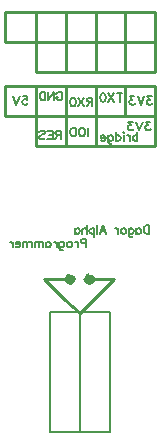
<source format=gbo>
G04 Layer: BottomSilkscreenLayer*
G04 EasyEDA v6.5.39, 2024-01-09 17:58:11*
G04 513add75e8284d268c780af8c863d2b6,7c1e8d740ba24e6f83eb2d53d3341807,10*
G04 Gerber Generator version 0.2*
G04 Scale: 100 percent, Rotated: No, Reflected: No *
G04 Dimensions in millimeters *
G04 leading zeros omitted , absolute positions ,4 integer and 5 decimal *
%FSLAX45Y45*%
%MOMM*%

%ADD10C,0.2032*%
%ADD11C,0.2500*%
%ADD12C,0.2540*%
%ADD13C,0.2030*%
%ADD14C,0.7500*%
%ADD15C,0.0107*%

%LPD*%
D10*
X602782Y1078981D02*
G01*
X565282Y1078981D01*
X585736Y1051709D01*
X575508Y1051709D01*
X568690Y1048298D01*
X565282Y1044889D01*
X561873Y1034663D01*
X561873Y1027846D01*
X565282Y1017617D01*
X572099Y1010800D01*
X582328Y1007391D01*
X592554Y1007391D01*
X602782Y1010800D01*
X606191Y1014209D01*
X609600Y1021026D01*
X539374Y1078981D02*
G01*
X512099Y1007391D01*
X484827Y1078981D02*
G01*
X512099Y1007391D01*
X455508Y1078981D02*
G01*
X418010Y1078981D01*
X438464Y1051709D01*
X428236Y1051709D01*
X421419Y1048298D01*
X418010Y1044889D01*
X414601Y1034663D01*
X414601Y1027846D01*
X418010Y1017617D01*
X424827Y1010800D01*
X435053Y1007391D01*
X445282Y1007391D01*
X455508Y1010800D01*
X458919Y1014209D01*
X462328Y1021026D01*
X331736Y1104381D02*
G01*
X331736Y1032791D01*
X355600Y1104381D02*
G01*
X307873Y1104381D01*
X285374Y1104381D02*
G01*
X237644Y1032791D01*
X237644Y1104381D02*
G01*
X285374Y1032791D01*
X194690Y1104381D02*
G01*
X204919Y1100973D01*
X211736Y1090744D01*
X215145Y1073698D01*
X215145Y1063472D01*
X211736Y1046426D01*
X204919Y1036200D01*
X194690Y1032791D01*
X187873Y1032791D01*
X177645Y1036200D01*
X170827Y1046426D01*
X167419Y1063472D01*
X167419Y1073698D01*
X170827Y1090744D01*
X177645Y1100973D01*
X187873Y1104381D01*
X194690Y1104381D01*
X101600Y1066281D02*
G01*
X101600Y994691D01*
X101600Y1066281D02*
G01*
X70919Y1066281D01*
X60690Y1062873D01*
X57282Y1059464D01*
X53873Y1052644D01*
X53873Y1045827D01*
X57282Y1039009D01*
X60690Y1035598D01*
X70919Y1032189D01*
X101600Y1032189D01*
X77736Y1032189D02*
G01*
X53873Y994691D01*
X31374Y1066281D02*
G01*
X-16355Y994691D01*
X-16355Y1066281D02*
G01*
X31374Y994691D01*
X-59309Y1066281D02*
G01*
X-49080Y1062873D01*
X-42263Y1052644D01*
X-38854Y1035598D01*
X-38854Y1025372D01*
X-42263Y1008326D01*
X-49080Y998100D01*
X-59309Y994691D01*
X-66126Y994691D01*
X-76354Y998100D01*
X-83172Y1008326D01*
X-86580Y1025372D01*
X-86580Y1035598D01*
X-83172Y1052644D01*
X-76354Y1062873D01*
X-66126Y1066281D01*
X-59309Y1066281D01*
X-203535Y1100035D02*
G01*
X-200126Y1106853D01*
X-193309Y1113673D01*
X-186491Y1117081D01*
X-172854Y1117081D01*
X-166037Y1113673D01*
X-159217Y1106853D01*
X-155808Y1100035D01*
X-152400Y1089809D01*
X-152400Y1072763D01*
X-155808Y1062535D01*
X-159217Y1055717D01*
X-166037Y1048900D01*
X-172854Y1045491D01*
X-186491Y1045491D01*
X-193309Y1048900D01*
X-200126Y1055717D01*
X-203535Y1062535D01*
X-203535Y1072763D01*
X-186491Y1072763D02*
G01*
X-203535Y1072763D01*
X-226037Y1117081D02*
G01*
X-226037Y1045491D01*
X-226037Y1117081D02*
G01*
X-273763Y1045491D01*
X-273763Y1117081D02*
G01*
X-273763Y1045491D01*
X-296263Y1117081D02*
G01*
X-296263Y1045491D01*
X-296263Y1117081D02*
G01*
X-320126Y1117081D01*
X-330354Y1113673D01*
X-337172Y1106853D01*
X-340580Y1100035D01*
X-343989Y1089809D01*
X-343989Y1072763D01*
X-340580Y1062535D01*
X-337172Y1055717D01*
X-330354Y1048900D01*
X-320126Y1045491D01*
X-296263Y1045491D01*
X-485409Y1078981D02*
G01*
X-451317Y1078981D01*
X-447908Y1048298D01*
X-451317Y1051709D01*
X-461545Y1055118D01*
X-471771Y1055118D01*
X-482000Y1051709D01*
X-488817Y1044889D01*
X-492226Y1034663D01*
X-492226Y1027846D01*
X-488817Y1017617D01*
X-482000Y1010800D01*
X-471771Y1007391D01*
X-461545Y1007391D01*
X-451317Y1010800D01*
X-447908Y1014209D01*
X-444500Y1021026D01*
X-514725Y1078981D02*
G01*
X-542000Y1007391D01*
X-569272Y1078981D02*
G01*
X-542000Y1007391D01*
X63500Y812281D02*
G01*
X63500Y740691D01*
X20546Y812281D02*
G01*
X27363Y808873D01*
X34180Y802053D01*
X37592Y795235D01*
X41000Y785009D01*
X41000Y767963D01*
X37592Y757735D01*
X34180Y750917D01*
X27363Y744100D01*
X20546Y740691D01*
X6908Y740691D01*
X91Y744100D01*
X-6725Y750917D01*
X-10137Y757735D01*
X-13545Y767963D01*
X-13545Y785009D01*
X-10137Y795235D01*
X-6725Y802053D01*
X91Y808873D01*
X6908Y812281D01*
X20546Y812281D01*
X-56499Y812281D02*
G01*
X-46273Y808873D01*
X-39453Y798644D01*
X-36045Y781598D01*
X-36045Y771372D01*
X-39453Y754326D01*
X-46273Y744100D01*
X-56499Y740691D01*
X-63317Y740691D01*
X-73545Y744100D01*
X-80363Y754326D01*
X-83771Y771372D01*
X-83771Y781598D01*
X-80363Y798644D01*
X-73545Y808873D01*
X-63317Y812281D01*
X-56499Y812281D01*
X-165100Y786881D02*
G01*
X-165100Y715291D01*
X-165100Y786881D02*
G01*
X-195780Y786881D01*
X-206009Y783473D01*
X-209417Y780064D01*
X-212826Y773244D01*
X-212826Y766427D01*
X-209417Y759609D01*
X-206009Y756198D01*
X-195780Y752789D01*
X-165100Y752789D01*
X-188963Y752789D02*
G01*
X-212826Y715291D01*
X-235325Y786881D02*
G01*
X-235325Y715291D01*
X-235325Y786881D02*
G01*
X-279646Y786881D01*
X-235325Y752789D02*
G01*
X-262600Y752789D01*
X-235325Y715291D02*
G01*
X-279646Y715291D01*
X-349872Y776653D02*
G01*
X-343054Y783473D01*
X-332826Y786881D01*
X-319191Y786881D01*
X-308963Y783473D01*
X-302145Y776653D01*
X-302145Y769835D01*
X-305554Y763018D01*
X-308963Y759609D01*
X-315780Y756198D01*
X-336235Y749381D01*
X-343054Y745972D01*
X-346463Y742563D01*
X-349872Y735746D01*
X-349872Y725517D01*
X-343054Y718700D01*
X-332826Y715291D01*
X-319191Y715291D01*
X-308963Y718700D01*
X-302145Y725517D01*
X590082Y863081D02*
G01*
X552582Y863081D01*
X573036Y835809D01*
X562808Y835809D01*
X555990Y832398D01*
X552582Y828989D01*
X549173Y818763D01*
X549173Y811946D01*
X552582Y801717D01*
X559399Y794900D01*
X569628Y791491D01*
X579854Y791491D01*
X590082Y794900D01*
X593491Y798309D01*
X596900Y805126D01*
X526674Y863081D02*
G01*
X499399Y791491D01*
X472127Y863081D02*
G01*
X499399Y791491D01*
X442808Y863081D02*
G01*
X405310Y863081D01*
X425764Y835809D01*
X415536Y835809D01*
X408719Y832398D01*
X405310Y828989D01*
X401901Y818763D01*
X401901Y811946D01*
X405310Y801717D01*
X412127Y794900D01*
X422353Y791491D01*
X432582Y791491D01*
X442808Y794900D01*
X446219Y798309D01*
X449628Y805126D01*
X482600Y774181D02*
G01*
X482600Y702591D01*
X482600Y740089D02*
G01*
X475782Y746909D01*
X468962Y750318D01*
X458736Y750318D01*
X451919Y746909D01*
X445099Y740089D01*
X441690Y729863D01*
X441690Y723046D01*
X445099Y712817D01*
X451919Y706000D01*
X458736Y702591D01*
X468962Y702591D01*
X475782Y706000D01*
X482600Y712817D01*
X419191Y750318D02*
G01*
X419191Y702591D01*
X419191Y729863D02*
G01*
X415782Y740089D01*
X408962Y746909D01*
X402145Y750318D01*
X391919Y750318D01*
X369417Y774181D02*
G01*
X366008Y770773D01*
X362600Y774181D01*
X366008Y777590D01*
X369417Y774181D01*
X366008Y750318D02*
G01*
X366008Y702591D01*
X299191Y774181D02*
G01*
X299191Y702591D01*
X299191Y740089D02*
G01*
X306009Y746909D01*
X312826Y750318D01*
X323054Y750318D01*
X329872Y746909D01*
X336692Y740089D01*
X340100Y729863D01*
X340100Y723046D01*
X336692Y712817D01*
X329872Y706000D01*
X323054Y702591D01*
X312826Y702591D01*
X306009Y706000D01*
X299191Y712817D01*
X235783Y750318D02*
G01*
X235783Y695772D01*
X239191Y685545D01*
X242600Y682137D01*
X249417Y678726D01*
X259646Y678726D01*
X266463Y682137D01*
X235783Y740089D02*
G01*
X242600Y746909D01*
X249417Y750318D01*
X259646Y750318D01*
X266463Y746909D01*
X273281Y740089D01*
X276692Y729863D01*
X276692Y723046D01*
X273281Y712817D01*
X266463Y706000D01*
X259646Y702591D01*
X249417Y702591D01*
X242600Y706000D01*
X235783Y712817D01*
X213281Y729863D02*
G01*
X172374Y729863D01*
X172374Y736681D01*
X175783Y743498D01*
X179191Y746909D01*
X186009Y750318D01*
X196237Y750318D01*
X203055Y746909D01*
X209872Y740089D01*
X213281Y729863D01*
X213281Y723046D01*
X209872Y712817D01*
X203055Y706000D01*
X196237Y702591D01*
X186009Y702591D01*
X179191Y706000D01*
X172374Y712817D01*
X584200Y-13218D02*
G01*
X584200Y-84808D01*
X584200Y-13218D02*
G01*
X560336Y-13218D01*
X550108Y-16626D01*
X543290Y-23446D01*
X539882Y-30264D01*
X536473Y-40490D01*
X536473Y-57536D01*
X539882Y-67764D01*
X543290Y-74582D01*
X550108Y-81400D01*
X560336Y-84808D01*
X584200Y-84808D01*
X473064Y-37081D02*
G01*
X473064Y-84808D01*
X473064Y-47310D02*
G01*
X479882Y-40490D01*
X486700Y-37081D01*
X496928Y-37081D01*
X503745Y-40490D01*
X510562Y-47310D01*
X513974Y-57536D01*
X513974Y-64353D01*
X510562Y-74582D01*
X503745Y-81400D01*
X496928Y-84808D01*
X486700Y-84808D01*
X479882Y-81400D01*
X473064Y-74582D01*
X409653Y-37081D02*
G01*
X409653Y-91627D01*
X413064Y-101854D01*
X416473Y-105262D01*
X423290Y-108673D01*
X433519Y-108673D01*
X440336Y-105262D01*
X409653Y-47310D02*
G01*
X416473Y-40490D01*
X423290Y-37081D01*
X433519Y-37081D01*
X440336Y-40490D01*
X447154Y-47310D01*
X450562Y-57536D01*
X450562Y-64353D01*
X447154Y-74582D01*
X440336Y-81400D01*
X433519Y-84808D01*
X423290Y-84808D01*
X416473Y-81400D01*
X409653Y-74582D01*
X370108Y-37081D02*
G01*
X376928Y-40490D01*
X383745Y-47310D01*
X387154Y-57536D01*
X387154Y-64353D01*
X383745Y-74582D01*
X376928Y-81400D01*
X370108Y-84808D01*
X359882Y-84808D01*
X353065Y-81400D01*
X346245Y-74582D01*
X342836Y-64353D01*
X342836Y-57536D01*
X346245Y-47310D01*
X353065Y-40490D01*
X359882Y-37081D01*
X370108Y-37081D01*
X320337Y-37081D02*
G01*
X320337Y-84808D01*
X320337Y-57536D02*
G01*
X316928Y-47310D01*
X310108Y-40490D01*
X303291Y-37081D01*
X293065Y-37081D01*
X190792Y-13218D02*
G01*
X218064Y-84808D01*
X190792Y-13218D02*
G01*
X163520Y-84808D01*
X207838Y-60944D02*
G01*
X173746Y-60944D01*
X141018Y-13218D02*
G01*
X141018Y-84808D01*
X118518Y-37081D02*
G01*
X118518Y-108673D01*
X118518Y-47310D02*
G01*
X111701Y-40490D01*
X104881Y-37081D01*
X94655Y-37081D01*
X87838Y-40490D01*
X81018Y-47310D01*
X77609Y-57536D01*
X77609Y-64353D01*
X81018Y-74582D01*
X87838Y-81400D01*
X94655Y-84808D01*
X104881Y-84808D01*
X111701Y-81400D01*
X118518Y-74582D01*
X55110Y-13218D02*
G01*
X55110Y-84808D01*
X55110Y-50718D02*
G01*
X44881Y-40490D01*
X38064Y-37081D01*
X27838Y-37081D01*
X21018Y-40490D01*
X17609Y-50718D01*
X17609Y-84808D01*
X-45798Y-37081D02*
G01*
X-45798Y-84808D01*
X-45798Y-47310D02*
G01*
X-38981Y-40490D01*
X-32161Y-37081D01*
X-21935Y-37081D01*
X-15118Y-40490D01*
X-8298Y-47310D01*
X-4889Y-57536D01*
X-4889Y-64353D01*
X-8298Y-74582D01*
X-15118Y-81400D01*
X-21935Y-84808D01*
X-32161Y-84808D01*
X-38981Y-81400D01*
X-45798Y-74582D01*
X50800Y-127518D02*
G01*
X50800Y-199108D01*
X50800Y-127518D02*
G01*
X20119Y-127518D01*
X9890Y-130926D01*
X6482Y-134335D01*
X3073Y-141155D01*
X3073Y-151381D01*
X6482Y-158200D01*
X9890Y-161610D01*
X20119Y-165018D01*
X50800Y-165018D01*
X-19425Y-151381D02*
G01*
X-19425Y-199108D01*
X-19425Y-171836D02*
G01*
X-22837Y-161610D01*
X-29654Y-154790D01*
X-36471Y-151381D01*
X-46699Y-151381D01*
X-86245Y-151381D02*
G01*
X-79425Y-154790D01*
X-72608Y-161610D01*
X-69199Y-171836D01*
X-69199Y-178653D01*
X-72608Y-188882D01*
X-79425Y-195700D01*
X-86245Y-199108D01*
X-96471Y-199108D01*
X-103291Y-195700D01*
X-110109Y-188882D01*
X-113517Y-178653D01*
X-113517Y-171836D01*
X-110109Y-161610D01*
X-103291Y-154790D01*
X-96471Y-151381D01*
X-86245Y-151381D01*
X-176926Y-151381D02*
G01*
X-176926Y-205927D01*
X-173517Y-216154D01*
X-170108Y-219562D01*
X-163291Y-222973D01*
X-153062Y-222973D01*
X-146245Y-219562D01*
X-176926Y-161610D02*
G01*
X-170108Y-154790D01*
X-163291Y-151381D01*
X-153062Y-151381D01*
X-146245Y-154790D01*
X-139425Y-161610D01*
X-136017Y-171836D01*
X-136017Y-178653D01*
X-139425Y-188882D01*
X-146245Y-195700D01*
X-153062Y-199108D01*
X-163291Y-199108D01*
X-170108Y-195700D01*
X-176926Y-188882D01*
X-199425Y-151381D02*
G01*
X-199425Y-199108D01*
X-199425Y-171836D02*
G01*
X-202836Y-161610D01*
X-209654Y-154790D01*
X-216471Y-151381D01*
X-226700Y-151381D01*
X-290108Y-151381D02*
G01*
X-290108Y-199108D01*
X-290108Y-161610D02*
G01*
X-283291Y-154790D01*
X-276471Y-151381D01*
X-266245Y-151381D01*
X-259425Y-154790D01*
X-252608Y-161610D01*
X-249199Y-171836D01*
X-249199Y-178653D01*
X-252608Y-188882D01*
X-259425Y-195700D01*
X-266245Y-199108D01*
X-276471Y-199108D01*
X-283291Y-195700D01*
X-290108Y-188882D01*
X-312607Y-151381D02*
G01*
X-312607Y-199108D01*
X-312607Y-165018D02*
G01*
X-322836Y-154790D01*
X-329653Y-151381D01*
X-339879Y-151381D01*
X-346699Y-154790D01*
X-350108Y-165018D01*
X-350108Y-199108D01*
X-350108Y-165018D02*
G01*
X-360334Y-154790D01*
X-367154Y-151381D01*
X-377380Y-151381D01*
X-384199Y-154790D01*
X-387609Y-165018D01*
X-387609Y-199108D01*
X-410108Y-151381D02*
G01*
X-410108Y-199108D01*
X-410108Y-165018D02*
G01*
X-420334Y-154790D01*
X-427154Y-151381D01*
X-437380Y-151381D01*
X-444200Y-154790D01*
X-447608Y-165018D01*
X-447608Y-199108D01*
X-447608Y-165018D02*
G01*
X-457835Y-154790D01*
X-464652Y-151381D01*
X-474880Y-151381D01*
X-481698Y-154790D01*
X-485106Y-165018D01*
X-485106Y-199108D01*
X-507608Y-171836D02*
G01*
X-548518Y-171836D01*
X-548518Y-165018D01*
X-545106Y-158200D01*
X-541698Y-154790D01*
X-534880Y-151381D01*
X-524652Y-151381D01*
X-517834Y-154790D01*
X-511017Y-161610D01*
X-507608Y-171836D01*
X-507608Y-178653D01*
X-511017Y-188882D01*
X-517834Y-195700D01*
X-524652Y-199108D01*
X-534880Y-199108D01*
X-541698Y-195700D01*
X-548518Y-188882D01*
X-571017Y-151381D02*
G01*
X-571017Y-199108D01*
X-571017Y-171836D02*
G01*
X-574426Y-161610D01*
X-581243Y-154790D01*
X-588063Y-151381D01*
X-598289Y-151381D01*
D11*
X-88900Y-469900D02*
G01*
X-304800Y-469900D01*
X-136397Y-638302D01*
X-4978Y-756920D01*
X76200Y-469900D02*
G01*
X281939Y-469900D01*
X-5079Y-756920D01*
D12*
X380011Y1168400D02*
G01*
X380011Y914400D01*
X-376908Y1168400D02*
G01*
X-376908Y660400D01*
X-125448Y1168400D02*
G01*
X-125448Y660400D01*
X129821Y660400D02*
G01*
X129821Y1168400D01*
X-635002Y1168400D02*
G01*
X634997Y1168400D01*
X634997Y914400D01*
X-635002Y914400D01*
X-635002Y1168400D01*
X-376908Y660400D02*
G01*
X634997Y660400D01*
X634997Y914400D01*
X-376905Y1282700D02*
G01*
X635000Y1282700D01*
X635000Y1536700D01*
X380014Y1790700D02*
G01*
X380014Y1282700D01*
X129824Y1282700D02*
G01*
X129824Y1790700D01*
X-376905Y1790700D02*
G01*
X-376905Y1282700D01*
X-125445Y1790700D02*
G01*
X-125445Y1282700D01*
X-635000Y1790700D02*
G01*
X635000Y1790700D01*
X635000Y1536700D01*
X-635000Y1536700D01*
X-635000Y1790700D01*
D10*
X0Y-749300D02*
G01*
X-254000Y-749300D01*
X-254000Y-1765300D01*
X0Y-1765300D01*
X0Y-1574800D01*
D13*
X0Y-749300D02*
G01*
X0Y-1574800D01*
D10*
X0Y-1765300D02*
G01*
X254000Y-1765300D01*
X254000Y-749300D01*
X0Y-749300D01*
X0Y-939800D01*
D13*
X0Y-1765300D02*
G01*
X0Y-939800D01*
D14*
G75*
G01
X88824Y-469900D02*
G03X88824Y-469900I-12700J0D01*
G75*
G01
X-76276Y-469900D02*
G03X-76276Y-469900I-12700J0D01*
M02*

</source>
